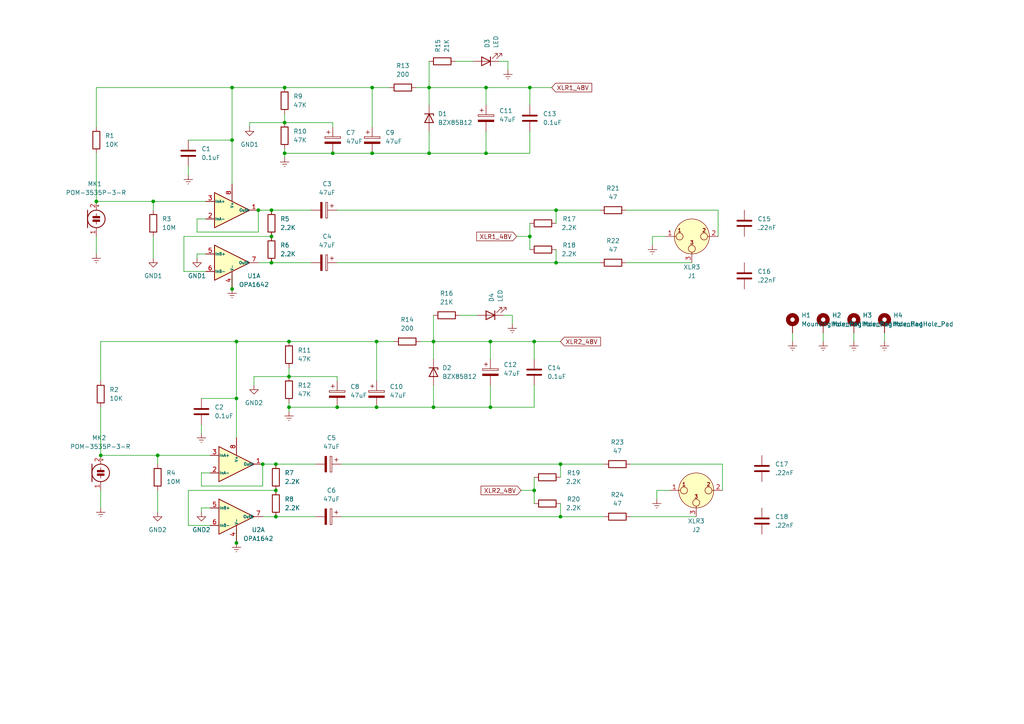
<source format=kicad_sch>
(kicad_sch (version 20211123) (generator eeschema)
  (paper "A4")
  (lib_symbols
    (symbol "Connector:XLR3" (pin_names hide)
      (property "Reference" "J" (at 0 8.89 0))
      (property "Value" "XLR3" (at 0 6.35 0))
      (symbol "XLR3_0_1"
        (circle (center -3.556 0) (radius 1.016))
        (circle (center 0 -3.556) (radius 1.016))
        (polyline (pts (xy -5.08 0) (xy -4.572 0)))
        (polyline (pts (xy 0 -5.08) (xy 0 -4.572)))
        (polyline (pts (xy 5.08 0) (xy 4.572 0)))
        (circle (center 0 0) (radius 5.08) (fill (type background)))
        (circle (center 3.556 0) (radius 1.016))
        (text "1" (at -3.556 1.778 0) (effects (font (size 1.016 1.016) bold)))
        (text "2" (at 3.556 1.778 0) (effects (font (size 1.016 1.016) bold)))
        (text "3" (at 0 -1.778 0) (effects (font (size 1.016 1.016) bold)))
        (pin passive line (at -7.62 0 0) (length 2.54) (name "~") (number "1"))
        (pin passive line (at 7.62 0 180) (length 2.54) (name "~") (number "2"))
        (pin passive line (at 0 -7.62 90) (length 2.54) (name "~") (number "3"))
      )
    )
    (symbol "Device:C" (pin_numbers hide) (pin_names (offset 0.254))
      (property "Reference" "C" (at 0.635 2.54 0))
      (property "Value" "C" (at 0.635 -2.54 0))
      (symbol "C_0_1"
        (polyline (pts (xy -2.032 -0.762) (xy 2.032 -0.762)) (stroke (width 0.508)))
        (polyline (pts (xy -2.032 0.762) (xy 2.032 0.762)) (stroke (width 0.508)))
      )
      (symbol "C_1_1"
        (pin passive line (at 0 3.81 270) (length 2.794) (name "~") (number "1"))
        (pin passive line (at 0 -3.81 90) (length 2.794) (name "~") (number "2"))
      )
    )
    (symbol "Device:C_Polarized" (pin_numbers hide) (pin_names (offset 0.254))
      (property "Reference" "C" (at 0.635 2.54 0))
      (property "Value" "C_Polarized" (at 0.635 -2.54 0))
      (symbol "C_Polarized_0_1"
        (rectangle (start -2.286 0.508) (end 2.286 1.016))
        (polyline (pts (xy -1.778 2.286) (xy -0.762 2.286)))
        (polyline (pts (xy -1.27 2.794) (xy -1.27 1.778)))
        (rectangle (start 2.286 -0.508) (end -2.286 -1.016) (fill (type outline)))
      )
      (symbol "C_Polarized_1_1"
        (pin passive line (at 0 3.81 270) (length 2.794) (name "~") (number "1"))
        (pin passive line (at 0 -3.81 90) (length 2.794) (name "~") (number "2"))
      )
    )
    (symbol "Device:D_Zener" (pin_numbers hide) (pin_names (offset 1.016) hide)
      (property "Reference" "D" (at 0 2.54 0))
      (property "Value" "D_Zener" (at 0 -2.54 0))
      (symbol "D_Zener_0_1"
        (polyline (pts (xy 1.27 0) (xy -1.27 0)))
        (polyline (pts (xy -1.27 -1.27) (xy -1.27 1.27) (xy -0.762 1.27)) (stroke (width 0.254)))
        (polyline (pts (xy 1.27 -1.27) (xy 1.27 1.27) (xy -1.27 0) (xy 1.27 -1.27)) (stroke (width 0.254)))
      )
      (symbol "D_Zener_1_1"
        (pin passive line (at -3.81 0 0) (length 2.54) (name "K") (number "1"))
        (pin passive line (at 3.81 0 180) (length 2.54) (name "A") (number "2"))
      )
    )
    (symbol "Device:LED" (pin_numbers hide) (pin_names (offset 1.016) hide)
      (property "Reference" "D" (at 0 2.54 0))
      (property "Value" "LED" (at 0 -2.54 0))
      (symbol "LED_0_1"
        (polyline (pts (xy -1.27 -1.27) (xy -1.27 1.27)) (stroke (width 0.254)))
        (polyline (pts (xy -1.27 0) (xy 1.27 0)))
        (polyline (pts (xy 1.27 -1.27) (xy 1.27 1.27) (xy -1.27 0) (xy 1.27 -1.27)) (stroke (width 0.254)))
        (polyline (pts (xy -3.048 -0.762) (xy -4.572 -2.286) (xy -3.81 -2.286) (xy -4.572 -2.286) (xy -4.572 -1.524)))
        (polyline (pts (xy -1.778 -0.762) (xy -3.302 -2.286) (xy -2.54 -2.286) (xy -3.302 -2.286) (xy -3.302 -1.524)))
      )
      (symbol "LED_1_1"
        (pin passive line (at -3.81 0 0) (length 2.54) (name "K") (number "1"))
        (pin passive line (at 3.81 0 180) (length 2.54) (name "A") (number "2"))
      )
    )
    (symbol "Device:Microphone_Condenser" (pin_names (offset 0.0254) hide)
      (property "Reference" "MK" (at -3.302 1.27 0))
      (property "Value" "Microphone_Condenser" (at -3.302 -0.635 0))
      (symbol "Microphone_Condenser_0_1"
        (polyline (pts (xy -2.54 2.54) (xy -2.54 -2.54)) (stroke (width 0.254)))
        (polyline (pts (xy 0 -0.762) (xy 0 -1.524)))
        (polyline (pts (xy 0 0.762) (xy 0 1.524)))
        (polyline (pts (xy 0.254 3.81) (xy 0.762 3.81)))
        (polyline (pts (xy 0.508 4.064) (xy 0.508 3.556)))
        (circle (center 0 0) (radius 2.54) (stroke (width 0.254)))
        (rectangle (start 1.016 -0.254) (end -1.016 -0.762) (fill (type outline)))
        (rectangle (start 1.016 0.762) (end -1.016 0.254) (fill (type outline)))
      )
      (symbol "Microphone_Condenser_1_1"
        (pin passive line (at 0 -5.08 90) (length 2.54) (name "-") (number "1"))
        (pin passive line (at 0 5.08 270) (length 2.54) (name "+") (number "2"))
      )
    )
    (symbol "Device:R" (pin_numbers hide) (pin_names (offset 0))
      (property "Reference" "R" (at 2.032 0 90))
      (property "Value" "R" (at 0 0 90))
      (symbol "R_0_1"
        (rectangle (start -1.016 -2.54) (end 1.016 2.54) (stroke (width 0.254)))
      )
      (symbol "R_1_1"
        (pin passive line (at 0 3.81 270) (length 1.27) (name "~") (number "1"))
        (pin passive line (at 0 -3.81 90) (length 1.27) (name "~") (number "2"))
      )
    )
    (symbol "Mechanical:MountingHole_Pad" (pin_numbers hide) (pin_names (offset 1.016) hide)
      (property "Reference" "H" (at 0 6.35 0))
      (property "Value" "MountingHole_Pad" (at 0 4.445 0))
      (symbol "MountingHole_Pad_0_1"
        (circle (center 0 1.27) (radius 1.27) (stroke (width 1.27)))
      )
      (symbol "MountingHole_Pad_1_1"
        (pin input line (at 0 -2.54 90) (length 2.54) (name "1") (number "1"))
      )
    )
    (symbol "OP amp:OPA1642" (pin_names (offset 0.127))
      (property "Reference" "U" (at 3.81 6.35 0))
      (property "Value" "OPA1642" (at 3.81 3.81 0))
      (symbol "OPA1642_1_1"
        (polyline (pts (xy -5.08 -10.16) (xy 5.08 -15.24) (xy -5.08 -20.32) (xy -5.08 -10.16) (xy -5.08 -10.16)) (stroke (width 0.254)) (fill (type background)))
        (polyline (pts (xy -5.08 5.08) (xy 5.08 0) (xy -5.08 -5.08) (xy -5.08 5.08) (xy -5.08 5.08)) (stroke (width 0.254)) (fill (type background)))
        (pin output line (at 7.62 0 180) (length 2.54) (name "OutA") (number "1"))
        (pin input line (at -7.62 -2.54 0) (length 2.54) (name "InA-") (number "2"))
        (pin input line (at -7.62 2.54 0) (length 2.54) (name "InA+") (number "3"))
        (pin power_out line (at 0 -22.86 90) (length 5.08) (name "V-") (number "4"))
        (pin input line (at -7.62 -12.7 0) (length 2.54) (name "InB+") (number "5"))
        (pin input line (at -7.62 -17.78 0) (length 2.54) (name "InB-") (number "6"))
        (pin output line (at 7.62 -15.24 180) (length 2.54) (name "OutB") (number "7"))
        (pin power_in line (at 0 7.62 270) (length 5.08) (name "V+") (number "8"))
      )
      (symbol "OPA1642_2_1"
        (polyline (pts (xy -5.08 5.08) (xy 5.08 0) (xy -5.08 -5.08) (xy -5.08 5.08) (xy -5.08 5.08)) (stroke (width 0.254)) (fill (type background)))
        (pin input line (at -7.62 2.54 0) (length 2.54) (name "+") (number "5"))
        (pin input line (at -7.62 -2.54 0) (length 2.54) (name "-") (number "6"))
        (pin output line (at 7.62 0 180) (length 2.54) (name "~") (number "7"))
      )
      (symbol "OPA1642_3_1"
        (pin passive line (at -2.54 -7.62 90) (length 3.81) hide (name "V-") (number "11"))
        (pin power_in line (at -2.54 7.62 270) (length 3.81) (name "V+") (number "2"))
        (pin power_in line (at 0 -7.62 90) (length 5.08) (name "GND") (number "3"))
        (pin power_in line (at -2.54 -7.62 90) (length 3.81) (name "V-") (number "4"))
      )
    )
    (symbol "power:Earth" (power) (pin_names (offset 0))
      (symbol "Earth_0_1"
        (polyline (pts (xy -0.635 -1.905) (xy 0.635 -1.905)))
        (polyline (pts (xy -0.127 -2.54) (xy 0.127 -2.54)))
        (polyline (pts (xy 0 -1.27) (xy 0 0)))
        (polyline (pts (xy 1.27 -1.27) (xy -1.27 -1.27)))
      )
      (symbol "Earth_1_1"
        (pin power_in line (at 0 0 270) (length 0) hide (name "Earth") (number "1"))
      )
    )
    (symbol "power:GND1" (power) (pin_names (offset 0))
      (property "Value" "GND1" (at 0 -3.81 0))
      (symbol "GND1_0_1"
        (polyline (pts (xy 0 0) (xy 0 -1.27) (xy 1.27 -1.27) (xy 0 -2.54) (xy -1.27 -1.27) (xy 0 -1.27)))
      )
      (symbol "GND1_1_1"
        (pin power_in line (at 0 0 270) (length 0) hide (name "GND1") (number "1"))
      )
    )
    (symbol "power:GND2" (power) (pin_names (offset 0))
      (property "Value" "GND2" (at 0 -3.81 0))
      (symbol "GND2_0_1"
        (polyline (pts (xy 0 0) (xy 0 -1.27) (xy 1.27 -1.27) (xy 0 -2.54) (xy -1.27 -1.27) (xy 0 -1.27)))
      )
      (symbol "GND2_1_1"
        (pin power_in line (at 0 0 270) (length 0) hide (name "GND2") (number "1"))
      )
    )
  )
  (junction (at 140.97 25.4))
  (junction (at 82.55 35.56))
  (junction (at 107.95 25.4))
  (junction (at 29.21 132.08))
  (junction (at 124.46 25.4))
  (junction (at 109.22 118.11))
  (junction (at 153.67 25.4))
  (junction (at 161.29 76.2))
  (junction (at 107.95 44.45))
  (junction (at 153.67 68.58))
  (junction (at 97.79 118.11))
  (junction (at 162.56 149.86))
  (junction (at 124.46 44.45))
  (junction (at 125.73 118.11))
  (junction (at 78.74 76.2))
  (junction (at 142.24 99.06))
  (junction (at 68.58 99.06))
  (junction (at 125.73 99.06))
  (junction (at 74.93 60.96))
  (junction (at 109.22 99.06))
  (junction (at 78.74 60.96))
  (junction (at 83.82 99.06))
  (junction (at 67.31 83.82))
  (junction (at 140.97 44.45))
  (junction (at 44.45 58.42))
  (junction (at 68.58 115.57))
  (junction (at 80.01 134.62))
  (junction (at 154.94 99.06))
  (junction (at 45.72 132.08))
  (junction (at 96.52 44.45))
  (junction (at 83.82 109.22))
  (junction (at 83.82 118.11))
  (junction (at 27.94 58.42))
  (junction (at 82.55 44.45))
  (junction (at 162.56 134.62))
  (junction (at 67.31 40.64))
  (junction (at 142.24 118.11))
  (junction (at 78.74 68.58))
  (junction (at 68.58 157.48))
  (junction (at 76.2 134.62))
  (junction (at 67.31 25.4))
  (junction (at 82.55 25.4))
  (junction (at 80.01 142.24))
  (junction (at 161.29 60.96))
  (junction (at 154.94 142.24))
  (junction (at 80.01 149.86))
  (wire (pts (xy 78.74 68.58) (xy 53.34 68.58)))
  (wire (pts (xy 146.05 91.44) (xy 148.59 91.44)))
  (wire (pts (xy 80.01 134.62) (xy 91.44 134.62)))
  (wire (pts (xy 29.21 132.08) (xy 45.72 132.08)))
  (wire (pts (xy 78.74 60.96) (xy 90.17 60.96)))
  (wire (pts (xy 142.24 111.76) (xy 142.24 118.11)))
  (wire (pts (xy 60.96 152.4) (xy 54.61 152.4)))
  (wire (pts (xy 154.94 99.06) (xy 162.56 99.06)))
  (wire (pts (xy 124.46 30.48) (xy 124.46 25.4)))
  (wire (pts (xy 29.21 118.11) (xy 29.21 132.08)))
  (wire (pts (xy 44.45 68.58) (xy 44.45 74.93)))
  (wire (pts (xy 256.54 96.52) (xy 256.54 99.06)))
  (wire (pts (xy 80.01 142.24) (xy 54.61 142.24)))
  (wire (pts (xy 27.94 44.45) (xy 27.94 58.42)))
  (wire (pts (xy 83.82 106.68) (xy 83.82 109.22)))
  (wire (pts (xy 60.96 132.08) (xy 45.72 132.08)))
  (wire (pts (xy 208.28 68.58) (xy 208.28 60.96)))
  (wire (pts (xy 83.82 99.06) (xy 109.22 99.06)))
  (wire (pts (xy 76.2 140.97) (xy 76.2 134.62)))
  (wire (pts (xy 67.31 40.64) (xy 67.31 25.4)))
  (wire (pts (xy 209.55 134.62) (xy 182.88 134.62)))
  (wire (pts (xy 58.42 115.57) (xy 68.58 115.57)))
  (wire (pts (xy 107.95 25.4) (xy 113.03 25.4)))
  (wire (pts (xy 124.46 44.45) (xy 107.95 44.45)))
  (wire (pts (xy 99.06 149.86) (xy 162.56 149.86)))
  (wire (pts (xy 82.55 44.45) (xy 82.55 45.72)))
  (wire (pts (xy 45.72 132.08) (xy 45.72 134.62)))
  (wire (pts (xy 58.42 147.32) (xy 58.42 148.59)))
  (wire (pts (xy 125.73 118.11) (xy 125.73 111.76)))
  (wire (pts (xy 161.29 60.96) (xy 173.99 60.96)))
  (wire (pts (xy 140.97 25.4) (xy 153.67 25.4)))
  (wire (pts (xy 140.97 25.4) (xy 140.97 30.48)))
  (wire (pts (xy 82.55 25.4) (xy 107.95 25.4)))
  (wire (pts (xy 124.46 44.45) (xy 124.46 38.1)))
  (wire (pts (xy 60.96 147.32) (xy 58.42 147.32)))
  (wire (pts (xy 208.28 60.96) (xy 181.61 60.96)))
  (wire (pts (xy 154.94 111.76) (xy 154.94 118.11)))
  (wire (pts (xy 96.52 35.56) (xy 96.52 36.83)))
  (wire (pts (xy 29.21 99.06) (xy 68.58 99.06)))
  (wire (pts (xy 247.65 96.52) (xy 247.65 99.06)))
  (wire (pts (xy 58.42 123.19) (xy 58.42 125.73)))
  (wire (pts (xy 96.52 44.45) (xy 82.55 44.45)))
  (wire (pts (xy 58.42 137.16) (xy 60.96 137.16)))
  (wire (pts (xy 72.39 35.56) (xy 72.39 36.83)))
  (wire (pts (xy 44.45 58.42) (xy 44.45 60.96)))
  (wire (pts (xy 142.24 99.06) (xy 142.24 104.14)))
  (wire (pts (xy 29.21 99.06) (xy 29.21 110.49)))
  (wire (pts (xy 193.04 68.58) (xy 189.23 68.58)))
  (wire (pts (xy 154.94 142.24) (xy 154.94 146.05)))
  (wire (pts (xy 181.61 76.2) (xy 200.66 76.2)))
  (wire (pts (xy 125.73 99.06) (xy 121.92 99.06)))
  (wire (pts (xy 107.95 25.4) (xy 107.95 36.83)))
  (wire (pts (xy 45.72 142.24) (xy 45.72 148.59)))
  (wire (pts (xy 190.5 142.24) (xy 190.5 144.78)))
  (wire (pts (xy 68.58 153.67) (xy 68.58 157.48)))
  (wire (pts (xy 140.97 38.1) (xy 140.97 44.45)))
  (wire (pts (xy 124.46 25.4) (xy 120.65 25.4)))
  (wire (pts (xy 68.58 115.57) (xy 68.58 99.06)))
  (wire (pts (xy 238.76 96.52) (xy 238.76 99.06)))
  (wire (pts (xy 153.67 44.45) (xy 140.97 44.45)))
  (wire (pts (xy 162.56 146.05) (xy 162.56 149.86)))
  (wire (pts (xy 125.73 104.14) (xy 125.73 99.06)))
  (wire (pts (xy 82.55 43.18) (xy 82.55 44.45)))
  (wire (pts (xy 194.31 142.24) (xy 190.5 142.24)))
  (wire (pts (xy 53.34 68.58) (xy 53.34 78.74)))
  (wire (pts (xy 209.55 142.24) (xy 209.55 134.62)))
  (wire (pts (xy 153.67 64.77) (xy 153.67 68.58)))
  (wire (pts (xy 74.93 67.31) (xy 74.93 60.96)))
  (wire (pts (xy 54.61 48.26) (xy 54.61 50.8)))
  (wire (pts (xy 153.67 25.4) (xy 160.02 25.4)))
  (wire (pts (xy 142.24 99.06) (xy 154.94 99.06)))
  (wire (pts (xy 74.93 60.96) (xy 78.74 60.96)))
  (wire (pts (xy 153.67 38.1) (xy 153.67 44.45)))
  (wire (pts (xy 80.01 149.86) (xy 91.44 149.86)))
  (wire (pts (xy 76.2 134.62) (xy 80.01 134.62)))
  (wire (pts (xy 97.79 109.22) (xy 97.79 110.49)))
  (wire (pts (xy 162.56 134.62) (xy 162.56 138.43)))
  (wire (pts (xy 67.31 25.4) (xy 82.55 25.4)))
  (wire (pts (xy 97.79 60.96) (xy 161.29 60.96)))
  (wire (pts (xy 78.74 76.2) (xy 90.17 76.2)))
  (wire (pts (xy 58.42 140.97) (xy 76.2 140.97)))
  (wire (pts (xy 142.24 118.11) (xy 125.73 118.11)))
  (wire (pts (xy 54.61 40.64) (xy 67.31 40.64)))
  (wire (pts (xy 83.82 109.22) (xy 97.79 109.22)))
  (wire (pts (xy 97.79 118.11) (xy 109.22 118.11)))
  (wire (pts (xy 83.82 116.84) (xy 83.82 118.11)))
  (wire (pts (xy 140.97 25.4) (xy 124.46 25.4)))
  (wire (pts (xy 148.59 91.44) (xy 148.59 93.98)))
  (wire (pts (xy 59.69 58.42) (xy 44.45 58.42)))
  (wire (pts (xy 57.15 67.31) (xy 57.15 63.5)))
  (wire (pts (xy 73.66 109.22) (xy 83.82 109.22)))
  (wire (pts (xy 109.22 99.06) (xy 109.22 110.49)))
  (wire (pts (xy 57.15 67.31) (xy 74.93 67.31)))
  (wire (pts (xy 68.58 99.06) (xy 83.82 99.06)))
  (wire (pts (xy 162.56 149.86) (xy 175.26 149.86)))
  (wire (pts (xy 72.39 35.56) (xy 82.55 35.56)))
  (wire (pts (xy 27.94 25.4) (xy 67.31 25.4)))
  (wire (pts (xy 153.67 25.4) (xy 153.67 30.48)))
  (wire (pts (xy 57.15 63.5) (xy 59.69 63.5)))
  (wire (pts (xy 57.15 73.66) (xy 57.15 74.93)))
  (wire (pts (xy 27.94 58.42) (xy 44.45 58.42)))
  (wire (pts (xy 59.69 78.74) (xy 53.34 78.74)))
  (wire (pts (xy 82.55 35.56) (xy 96.52 35.56)))
  (wire (pts (xy 154.94 118.11) (xy 142.24 118.11)))
  (wire (pts (xy 125.73 91.44) (xy 125.73 99.06)))
  (wire (pts (xy 109.22 99.06) (xy 114.3 99.06)))
  (wire (pts (xy 96.52 44.45) (xy 107.95 44.45)))
  (wire (pts (xy 189.23 68.58) (xy 189.23 71.12)))
  (wire (pts (xy 73.66 109.22) (xy 73.66 111.76)))
  (wire (pts (xy 97.79 76.2) (xy 161.29 76.2)))
  (wire (pts (xy 82.55 33.02) (xy 82.55 35.56)))
  (wire (pts (xy 54.61 142.24) (xy 54.61 152.4)))
  (wire (pts (xy 67.31 80.01) (xy 67.31 83.82)))
  (wire (pts (xy 74.93 76.2) (xy 78.74 76.2)))
  (wire (pts (xy 97.79 118.11) (xy 83.82 118.11)))
  (wire (pts (xy 147.32 17.78) (xy 147.32 20.32)))
  (wire (pts (xy 154.94 99.06) (xy 154.94 104.14)))
  (wire (pts (xy 182.88 149.86) (xy 201.93 149.86)))
  (wire (pts (xy 68.58 127) (xy 68.58 115.57)))
  (wire (pts (xy 76.2 149.86) (xy 80.01 149.86)))
  (wire (pts (xy 59.69 73.66) (xy 57.15 73.66)))
  (wire (pts (xy 144.78 17.78) (xy 147.32 17.78)))
  (wire (pts (xy 133.35 91.44) (xy 138.43 91.44)))
  (wire (pts (xy 140.97 44.45) (xy 124.46 44.45)))
  (wire (pts (xy 142.24 99.06) (xy 125.73 99.06)))
  (wire (pts (xy 124.46 17.78) (xy 124.46 25.4)))
  (wire (pts (xy 99.06 134.62) (xy 162.56 134.62)))
  (wire (pts (xy 27.94 68.58) (xy 27.94 73.66)))
  (wire (pts (xy 154.94 138.43) (xy 154.94 142.24)))
  (wire (pts (xy 162.56 134.62) (xy 175.26 134.62)))
  (wire (pts (xy 27.94 25.4) (xy 27.94 36.83)))
  (wire (pts (xy 153.67 68.58) (xy 153.67 72.39)))
  (wire (pts (xy 132.08 17.78) (xy 137.16 17.78)))
  (wire (pts (xy 125.73 118.11) (xy 109.22 118.11)))
  (wire (pts (xy 229.87 96.52) (xy 229.87 99.06)))
  (wire (pts (xy 161.29 72.39) (xy 161.29 76.2)))
  (wire (pts (xy 67.31 53.34) (xy 67.31 40.64)))
  (wire (pts (xy 149.86 68.58) (xy 153.67 68.58)))
  (wire (pts (xy 83.82 118.11) (xy 83.82 119.38)))
  (wire (pts (xy 29.21 142.24) (xy 29.21 147.32)))
  (wire (pts (xy 161.29 76.2) (xy 173.99 76.2)))
  (wire (pts (xy 58.42 140.97) (xy 58.42 137.16)))
  (wire (pts (xy 151.13 142.24) (xy 154.94 142.24)))
  (wire (pts (xy 161.29 60.96) (xy 161.29 64.77)))
  (global_label "XLR2_48V" (shape input) (at 162.56 99.06 0) (property "Intersheet References" "${INTERSHEET_REFS}" (effects hide)))
  (global_label "XLR2_48V" (shape input) (at 151.13 142.24 180) (property "Intersheet References" "${INTERSHEET_REFS}" (effects hide)))
  (global_label "XLR1_48V" (shape input) (at 149.86 68.58 180) (property "Intersheet References" "${INTERSHEET_REFS}" (effects hide)))
  (global_label "XLR1_48V" (shape input) (at 160.02 25.4 0) (property "Intersheet References" "${INTERSHEET_REFS}" (effects hide)))
  (symbol (lib_id "Device:Microphone_Condenser") (at 27.94 63.5 0) (unit 1)
    (property "Reference" "MK1" (at 25.4 53.34 0) (effects (justify left)))
    (property "Value" "POM-3535P-3-R" (at 19.05 55.88 0) (effects (justify left)))
    (property "Footprint" "Connector_PinHeader_2.54mm:PinHeader_1x02_P2.54mm_Vertical" (effects hide))
  )
  (symbol (lib_id "Device:R") (at 158.75 146.05 270) (unit 1)
    (property "Reference" "R20" (at 166.37 144.78 90))
    (property "Value" "2.2K" (at 166.37 147.32 90))
    (property "Footprint" "Resistor_THT:R_Axial_DIN0207_L6.3mm_D2.5mm_P2.54mm_Vertical" (effects hide))
  )
  (symbol (lib_id "power:Earth") (at 189.23 71.12 0) (unit 1)
    (property "Reference" "#PWR017" (effects hide))
    (property "Value" "Earth" (effects hide))
  )
  (symbol (lib_id "Device:R") (at 29.21 114.3 0) (unit 1)
    (property "Reference" "R2" (at 31.75 113.0299 0) (effects (justify left)))
    (property "Value" "10K" (at 31.75 115.5699 0) (effects (justify left)))
    (property "Footprint" "Resistor_THT:R_Axial_DIN0207_L6.3mm_D2.5mm_P10.16mm_Horizontal" (effects hide))
  )
  (symbol (lib_id "Device:C_Polarized") (at 93.98 76.2 270) (unit 1)
    (property "Reference" "C4" (at 94.869 68.58 90))
    (property "Value" "47uF" (at 94.869 71.12 90))
    (property "Footprint" "Capacitor_THT:CP_Radial_D8.0mm_P3.50mm" (effects hide))
  )
  (symbol (lib_id "Mechanical:MountingHole_Pad") (at 256.54 93.98 0) (unit 1)
    (property "Reference" "H4" (at 259.08 91.4399 0) (effects (justify left)))
    (property "Value" "MountingHole_Pad" (at 259.08 93.9799 0) (effects (justify left)))
    (property "Footprint" "MountingHole:MountingHole_3.2mm_M3_DIN965_Pad" (effects hide))
  )
  (symbol (lib_id "power:Earth") (at 82.55 45.72 0) (unit 1)
    (property "Reference" "#PWR013" (effects hide))
    (property "Value" "Earth" (effects hide))
  )
  (symbol (lib_id "Device:C") (at 220.98 135.89 0) (unit 1)
    (property "Reference" "C17" (at 224.79 134.6199 0) (effects (justify left)))
    (property "Value" ".22nF" (at 224.79 137.1599 0) (effects (justify left)))
    (property "Footprint" "Capacitor_THT:C_Rect_L7.2mm_W2.5mm_P5.00mm_FKS2_FKP2_MKS2_MKP2" (effects hide))
  )
  (symbol (lib_id "power:GND2") (at 73.66 111.76 0) (unit 1)
    (property "Reference" "#PWR012" (effects hide))
    (property "Value" "GND2" (at 73.66 116.84 0))
  )
  (symbol (lib_id "Device:R") (at 82.55 39.37 180) (unit 1)
    (property "Reference" "R10" (at 85.09 38.0999 0) (effects (justify right)))
    (property "Value" "47K" (at 85.09 40.6399 0) (effects (justify right)))
    (property "Footprint" "Resistor_THT:R_Axial_DIN0207_L6.3mm_D2.5mm_P2.54mm_Vertical" (effects hide))
  )
  (symbol (lib_id "power:Earth") (at 27.94 73.66 0) (unit 1)
    (property "Reference" "#PWR01" (effects hide))
    (property "Value" "Earth" (effects hide))
  )
  (symbol (lib_id "Device:R") (at 45.72 138.43 0) (unit 1)
    (property "Reference" "R4" (at 48.26 137.1599 0) (effects (justify left)))
    (property "Value" "10M" (at 48.26 139.6999 0) (effects (justify left)))
    (property "Footprint" "Resistor_THT:R_Axial_DIN0207_L6.3mm_D2.5mm_P10.16mm_Horizontal" (effects hide))
  )
  (symbol (lib_id "power:Earth") (at 83.82 119.38 0) (unit 1)
    (property "Reference" "#PWR014" (effects hide))
    (property "Value" "Earth" (effects hide))
  )
  (symbol (lib_id "Connector:XLR3") (at 201.93 142.24 0) (unit 1)
    (property "Reference" "J2" (at 201.93 153.67 0))
    (property "Value" "XLR3" (at 201.93 151.13 0))
    (property "Footprint" "Connector_PinHeader_2.54mm:PinHeader_1x03_P2.54mm_Vertical" (effects hide))
    (property "Datasheet" " ~" (effects hide))
  )
  (symbol (lib_id "power:GND1") (at 57.15 74.93 0) (unit 1)
    (property "Reference" "#PWR06" (effects hide))
    (property "Value" "GND1" (at 57.15 80.01 0))
  )
  (symbol (lib_id "Device:R") (at 78.74 72.39 180) (unit 1)
    (property "Reference" "R6" (at 81.28 71.1199 0) (effects (justify right)))
    (property "Value" "2.2K" (at 81.28 73.6599 0) (effects (justify right)))
    (property "Footprint" "Resistor_THT:R_Axial_DIN0207_L6.3mm_D2.5mm_P2.54mm_Vertical" (effects hide))
  )
  (symbol (lib_id "Device:R") (at 177.8 60.96 90) (unit 1)
    (property "Reference" "R21" (at 177.8 54.61 90))
    (property "Value" "47" (at 177.8 57.15 90))
    (property "Footprint" "Resistor_THT:R_Axial_DIN0207_L6.3mm_D2.5mm_P10.16mm_Horizontal" (effects hide))
  )
  (symbol (lib_id "power:GND2") (at 45.72 148.59 0) (unit 1)
    (property "Reference" "#PWR04" (effects hide))
    (property "Value" "GND2" (at 45.72 153.67 0))
  )
  (symbol (lib_id "Device:R") (at 128.27 17.78 270) (unit 1)
    (property "Reference" "R15" (at 126.9999 15.24 0) (effects (justify right)))
    (property "Value" "21K" (at 129.5399 15.24 0) (effects (justify right)))
    (property "Footprint" "Resistor_THT:R_Axial_DIN0207_L6.3mm_D2.5mm_P10.16mm_Horizontal" (effects hide))
  )
  (symbol (lib_id "Device:R") (at 80.01 146.05 180) (unit 1)
    (property "Reference" "R8" (at 82.55 144.7799 0) (effects (justify right)))
    (property "Value" "2.2K" (at 82.55 147.3199 0) (effects (justify right)))
    (property "Footprint" "Resistor_THT:R_Axial_DIN0207_L6.3mm_D2.5mm_P2.54mm_Vertical" (effects hide))
  )
  (symbol (lib_id "power:Earth") (at 148.59 93.98 0) (unit 1)
    (property "Reference" "#PWR016" (effects hide))
    (property "Value" "Earth" (effects hide))
  )
  (symbol (lib_id "Device:R") (at 83.82 113.03 180) (unit 1)
    (property "Reference" "R12" (at 86.36 111.7599 0) (effects (justify right)))
    (property "Value" "47K" (at 86.36 114.2999 0) (effects (justify right)))
    (property "Footprint" "Resistor_THT:R_Axial_DIN0207_L6.3mm_D2.5mm_P2.54mm_Vertical" (effects hide))
  )
  (symbol (lib_id "Device:C") (at 154.94 107.95 0) (unit 1)
    (property "Reference" "C14" (at 158.75 106.6799 0) (effects (justify left)))
    (property "Value" "0.1uF" (at 158.75 109.2199 0) (effects (justify left)))
    (property "Footprint" "Capacitor_THT:C_Rect_L7.2mm_W2.5mm_P5.00mm_FKS2_FKP2_MKS2_MKP2" (effects hide))
  )
  (symbol (lib_id "Device:R") (at 82.55 29.21 180) (unit 1)
    (property "Reference" "R9" (at 85.09 27.9399 0) (effects (justify right)))
    (property "Value" "47K" (at 85.09 30.4799 0) (effects (justify right)))
    (property "Footprint" "Resistor_THT:R_Axial_DIN0207_L6.3mm_D2.5mm_P2.54mm_Vertical" (effects hide))
  )
  (symbol (lib_id "power:Earth") (at 247.65 99.06 0) (unit 1)
    (property "Reference" "#PWR021" (effects hide))
    (property "Value" "Earth" (effects hide))
  )
  (symbol (lib_id "Device:R") (at 157.48 64.77 270) (unit 1)
    (property "Reference" "R17" (at 165.1 63.5 90))
    (property "Value" "2.2K" (at 165.1 66.04 90))
    (property "Footprint" "Resistor_THT:R_Axial_DIN0207_L6.3mm_D2.5mm_P2.54mm_Vertical" (effects hide))
  )
  (symbol (lib_id "Device:R") (at 157.48 72.39 270) (unit 1)
    (property "Reference" "R18" (at 165.1 71.12 90))
    (property "Value" "2.2K" (at 165.1 73.66 90))
    (property "Footprint" "Resistor_THT:R_Axial_DIN0207_L6.3mm_D2.5mm_P2.54mm_Vertical" (effects hide))
  )
  (symbol (lib_id "OP amp:OPA1642") (at 67.31 60.96 0) (unit 1)
    (property "Reference" "U1" (at 73.66 80.01 0))
    (property "Value" "OPA1642" (at 73.66 82.55 0))
    (property "Footprint" "Package_SO:SOIC-8_3.9x4.9mm_P1.27mm" (effects hide))
    (property "Datasheet" "https://www.ti.com/lit/ds/symlink/opa1642.pdf" (effects hide))
  )
  (symbol (lib_id "Device:C") (at 220.98 151.13 0) (unit 1)
    (property "Reference" "C18" (at 224.79 149.8599 0) (effects (justify left)))
    (property "Value" ".22nF" (at 224.79 152.3999 0) (effects (justify left)))
    (property "Footprint" "Capacitor_THT:C_Rect_L7.2mm_W2.5mm_P5.00mm_FKS2_FKP2_MKS2_MKP2" (effects hide))
  )
  (symbol (lib_id "power:Earth") (at 29.21 147.32 0) (unit 1)
    (property "Reference" "#PWR02" (effects hide))
    (property "Value" "Earth" (effects hide))
  )
  (symbol (lib_id "Mechanical:MountingHole_Pad") (at 238.76 93.98 0) (unit 1)
    (property "Reference" "H2" (at 241.3 91.4399 0) (effects (justify left)))
    (property "Value" "MountingHole_Pad" (at 241.3 93.9799 0) (effects (justify left)))
    (property "Footprint" "MountingHole:MountingHole_3.2mm_M3_DIN965_Pad" (effects hide))
  )
  (symbol (lib_id "Device:R") (at 179.07 149.86 270) (unit 1)
    (property "Reference" "R24" (at 179.07 143.51 90))
    (property "Value" "47" (at 179.07 146.05 90))
    (property "Footprint" "Resistor_THT:R_Axial_DIN0207_L6.3mm_D2.5mm_P10.16mm_Horizontal" (effects hide))
  )
  (symbol (lib_id "OP amp:OPA1642") (at 68.58 134.62 0) (unit 1)
    (property "Reference" "U2" (at 74.93 153.67 0))
    (property "Value" "OPA1642" (at 74.93 156.21 0))
    (property "Footprint" "Package_SO:SOIC-8_3.9x4.9mm_P1.27mm" (effects hide))
    (property "Datasheet" "https://www.ti.com/lit/ds/symlink/opa1642.pdf" (effects hide))
  )
  (symbol (lib_id "Mechanical:MountingHole_Pad") (at 247.65 93.98 0) (unit 1)
    (property "Reference" "H3" (at 250.19 91.4399 0) (effects (justify left)))
    (property "Value" "MountingHole_Pad" (at 250.19 93.9799 0) (effects (justify left)))
    (property "Footprint" "MountingHole:MountingHole_3.2mm_M3_DIN965_Pad" (effects hide))
  )
  (symbol (lib_id "Device:R") (at 179.07 134.62 90) (unit 1)
    (property "Reference" "R23" (at 179.07 128.27 90))
    (property "Value" "47" (at 179.07 130.81 90))
    (property "Footprint" "Resistor_THT:R_Axial_DIN0207_L6.3mm_D2.5mm_P10.16mm_Horizontal" (effects hide))
  )
  (symbol (lib_id "Device:R") (at 27.94 40.64 0) (unit 1)
    (property "Reference" "R1" (at 30.48 39.3699 0) (effects (justify left)))
    (property "Value" "10K" (at 30.48 41.9099 0) (effects (justify left)))
    (property "Footprint" "Resistor_THT:R_Axial_DIN0207_L6.3mm_D2.5mm_P10.16mm_Horizontal" (effects hide))
  )
  (symbol (lib_id "Device:C") (at 54.61 44.45 0) (unit 1)
    (property "Reference" "C1" (at 58.42 43.1799 0) (effects (justify left)))
    (property "Value" "0.1uF" (at 58.42 45.7199 0) (effects (justify left)))
    (property "Footprint" "Capacitor_THT:C_Rect_L7.2mm_W2.5mm_P5.00mm_FKS2_FKP2_MKS2_MKP2" (effects hide))
  )
  (symbol (lib_id "Connector:XLR3") (at 200.66 68.58 0) (unit 1)
    (property "Reference" "J1" (at 200.66 80.01 0))
    (property "Value" "XLR3" (at 200.66 77.47 0))
    (property "Footprint" "Connector_PinHeader_2.54mm:PinHeader_1x03_P2.54mm_Vertical" (effects hide))
    (property "Datasheet" " ~" (effects hide))
  )
  (symbol (lib_id "Device:C_Polarized") (at 97.79 114.3 0) (unit 1)
    (property "Reference" "C8" (at 101.6 112.1409 0) (effects (justify left)))
    (property "Value" "47uF" (at 101.6 114.6809 0) (effects (justify left)))
    (property "Footprint" "Capacitor_THT:CP_Radial_D8.0mm_P3.50mm" (effects hide))
  )
  (symbol (lib_id "power:GND1") (at 44.45 74.93 0) (unit 1)
    (property "Reference" "#PWR03" (effects hide))
    (property "Value" "GND1" (at 44.45 80.01 0))
  )
  (symbol (lib_id "Device:C_Polarized") (at 140.97 34.29 0) (unit 1)
    (property "Reference" "C11" (at 144.78 32.1309 0) (effects (justify left)))
    (property "Value" "47uF" (at 144.78 34.6709 0) (effects (justify left)))
    (property "Footprint" "Capacitor_THT:CP_Radial_D8.0mm_P3.50mm" (effects hide))
  )
  (symbol (lib_id "Device:D_Zener") (at 125.73 107.95 270) (unit 1)
    (property "Reference" "D2" (at 128.27 106.6799 90) (effects (justify left)))
    (property "Value" "BZX85B12" (at 128.27 109.2199 90) (effects (justify left)))
    (property "Footprint" "Diode_THT:D_DO-41_SOD81_P10.16mm_Horizontal" (effects hide))
  )
  (symbol (lib_id "power:Earth") (at 238.76 99.06 0) (unit 1)
    (property "Reference" "#PWR020" (effects hide))
    (property "Value" "Earth" (effects hide))
  )
  (symbol (lib_id "Device:R") (at 83.82 102.87 180) (unit 1)
    (property "Reference" "R11" (at 86.36 101.5999 0) (effects (justify right)))
    (property "Value" "47K" (at 86.36 104.1399 0) (effects (justify right)))
    (property "Footprint" "Resistor_THT:R_Axial_DIN0207_L6.3mm_D2.5mm_P2.54mm_Vertical" (effects hide))
  )
  (symbol (lib_id "Device:Microphone_Condenser") (at 29.21 137.16 0) (unit 1)
    (property "Reference" "MK2" (at 26.67 127 0) (effects (justify left)))
    (property "Value" "POM-3535P-3-R" (at 20.32 129.54 0) (effects (justify left)))
    (property "Footprint" "Connector_PinHeader_2.54mm:PinHeader_1x02_P2.54mm_Vertical" (effects hide))
  )
  (symbol (lib_id "Device:C") (at 215.9 64.77 0) (unit 1)
    (property "Reference" "C15" (at 219.71 63.4999 0) (effects (justify left)))
    (property "Value" ".22nF" (at 219.71 66.0399 0) (effects (justify left)))
    (property "Footprint" "Capacitor_THT:C_Rect_L7.2mm_W2.5mm_P5.00mm_FKS2_FKP2_MKS2_MKP2" (effects hide))
  )
  (symbol (lib_id "Device:C_Polarized") (at 107.95 40.64 0) (unit 1)
    (property "Reference" "C9" (at 111.76 38.4809 0) (effects (justify left)))
    (property "Value" "47uF" (at 111.76 41.0209 0) (effects (justify left)))
    (property "Footprint" "Capacitor_THT:CP_Radial_D8.0mm_P3.50mm" (effects hide))
  )
  (symbol (lib_id "power:GND2") (at 58.42 148.59 0) (unit 1)
    (property "Reference" "#PWR08" (effects hide))
    (property "Value" "GND2" (at 58.42 153.67 0))
  )
  (symbol (lib_id "Device:C_Polarized") (at 109.22 114.3 0) (unit 1)
    (property "Reference" "C10" (at 113.03 112.1409 0) (effects (justify left)))
    (property "Value" "47uF" (at 113.03 114.6809 0) (effects (justify left)))
    (property "Footprint" "Capacitor_THT:CP_Radial_D8.0mm_P3.50mm" (effects hide))
  )
  (symbol (lib_id "power:Earth") (at 147.32 20.32 0) (unit 1)
    (property "Reference" "#PWR015" (effects hide))
    (property "Value" "Earth" (effects hide))
  )
  (symbol (lib_id "Device:C") (at 58.42 119.38 0) (unit 1)
    (property "Reference" "C2" (at 62.23 118.1099 0) (effects (justify left)))
    (property "Value" "0.1uF" (at 62.23 120.6499 0) (effects (justify left)))
    (property "Footprint" "Capacitor_THT:C_Rect_L7.2mm_W2.5mm_P5.00mm_FKS2_FKP2_MKS2_MKP2" (effects hide))
  )
  (symbol (lib_id "power:GND1") (at 72.39 36.83 0) (unit 1)
    (property "Reference" "#PWR011" (effects hide))
    (property "Value" "GND1" (at 72.39 41.91 0))
  )
  (symbol (lib_id "Device:D_Zener") (at 124.46 34.29 270) (unit 1)
    (property "Reference" "D1" (at 127 33.0199 90) (effects (justify left)))
    (property "Value" "BZX85B12" (at 127 35.5599 90) (effects (justify left)))
    (property "Footprint" "Diode_THT:D_DO-41_SOD81_P10.16mm_Horizontal" (effects hide))
  )
  (symbol (lib_id "Device:R") (at 44.45 64.77 0) (unit 1)
    (property "Reference" "R3" (at 46.99 63.4999 0) (effects (justify left)))
    (property "Value" "10M" (at 46.99 66.0399 0) (effects (justify left)))
    (property "Footprint" "Resistor_THT:R_Axial_DIN0207_L6.3mm_D2.5mm_P10.16mm_Horizontal" (effects hide))
  )
  (symbol (lib_id "Device:C") (at 153.67 34.29 0) (unit 1)
    (property "Reference" "C13" (at 157.48 33.0199 0) (effects (justify left)))
    (property "Value" "0.1uF" (at 157.48 35.5599 0) (effects (justify left)))
    (property "Footprint" "Capacitor_THT:C_Rect_L7.2mm_W2.5mm_P5.00mm_FKS2_FKP2_MKS2_MKP2" (effects hide))
  )
  (symbol (lib_id "Device:C_Polarized") (at 93.98 60.96 270) (unit 1)
    (property "Reference" "C3" (at 94.869 53.34 90))
    (property "Value" "47uF" (at 94.869 55.88 90))
    (property "Footprint" "Capacitor_THT:CP_Radial_D8.0mm_P3.50mm" (effects hide))
  )
  (symbol (lib_id "Device:R") (at 177.8 76.2 270) (unit 1)
    (property "Reference" "R22" (at 177.8 69.85 90))
    (property "Value" "47" (at 177.8 72.39 90))
    (property "Footprint" "Resistor_THT:R_Axial_DIN0207_L6.3mm_D2.5mm_P10.16mm_Horizontal" (effects hide))
  )
  (symbol (lib_id "Device:C_Polarized") (at 96.52 40.64 0) (unit 1)
    (property "Reference" "C7" (at 100.33 38.4809 0) (effects (justify left)))
    (property "Value" "47uF" (at 100.33 41.0209 0) (effects (justify left)))
    (property "Footprint" "Capacitor_THT:CP_Radial_D8.0mm_P3.50mm" (effects hide))
  )
  (symbol (lib_id "Device:R") (at 80.01 138.43 180) (unit 1)
    (property "Reference" "R7" (at 82.55 137.1599 0) (effects (justify right)))
    (property "Value" "2.2K" (at 82.55 139.6999 0) (effects (justify right)))
    (property "Footprint" "Resistor_THT:R_Axial_DIN0207_L6.3mm_D2.5mm_P2.54mm_Vertical" (effects hide))
  )
  (symbol (lib_id "power:Earth") (at 58.42 125.73 0) (unit 1)
    (property "Reference" "#PWR07" (effects hide))
    (property "Value" "Earth" (effects hide))
  )
  (symbol (lib_id "Device:R") (at 78.74 64.77 180) (unit 1)
    (property "Reference" "R5" (at 81.28 63.4999 0) (effects (justify right)))
    (property "Value" "2.2K" (at 81.28 66.0399 0) (effects (justify right)))
    (property "Footprint" "Resistor_THT:R_Axial_DIN0207_L6.3mm_D2.5mm_P2.54mm_Vertical" (effects hide))
  )
  (symbol (lib_id "Device:C_Polarized") (at 95.25 149.86 270) (unit 1)
    (property "Reference" "C6" (at 96.139 142.24 90))
    (property "Value" "47uF" (at 96.139 144.78 90))
    (property "Footprint" "Capacitor_THT:CP_Radial_D8.0mm_P3.50mm" (effects hide))
  )
  (symbol (lib_id "power:Earth") (at 68.58 157.48 0) (unit 1)
    (property "Reference" "#PWR010" (effects hide))
    (property "Value" "Earth" (effects hide))
  )
  (symbol (lib_id "power:Earth") (at 256.54 99.06 0) (unit 1)
    (property "Reference" "#PWR022" (effects hide))
    (property "Value" "Earth" (effects hide))
  )
  (symbol (lib_id "power:Earth") (at 190.5 144.78 0) (unit 1)
    (property "Reference" "#PWR018" (effects hide))
    (property "Value" "Earth" (effects hide))
  )
  (symbol (lib_id "power:Earth") (at 229.87 99.06 0) (unit 1)
    (property "Reference" "#PWR019" (effects hide))
    (property "Value" "Earth" (effects hide))
  )
  (symbol (lib_id "Device:C_Polarized") (at 142.24 107.95 0) (unit 1)
    (property "Reference" "C12" (at 146.05 105.7909 0) (effects (justify left)))
    (property "Value" "47uF" (at 146.05 108.3309 0) (effects (justify left)))
    (property "Footprint" "Capacitor_THT:CP_Radial_D8.0mm_P3.50mm" (effects hide))
  )
  (symbol (lib_id "Mechanical:MountingHole_Pad") (at 229.87 93.98 0) (unit 1)
    (property "Reference" "H1" (at 232.41 91.4399 0) (effects (justify left)))
    (property "Value" "MountingHole_Pad" (at 232.41 93.9799 0) (effects (justify left)))
    (property "Footprint" "MountingHole:MountingHole_3.2mm_M3_DIN965_Pad" (effects hide))
  )
  (symbol (lib_id "Device:R") (at 158.75 138.43 270) (unit 1)
    (property "Reference" "R19" (at 166.37 137.16 90))
    (property "Value" "2.2K" (at 166.37 139.7 90))
    (property "Footprint" "Resistor_THT:R_Axial_DIN0207_L6.3mm_D2.5mm_P2.54mm_Vertical" (effects hide))
  )
  (symbol (lib_id "Device:R") (at 118.11 99.06 270) (unit 1)
    (property "Reference" "R14" (at 118.11 92.71 90))
    (property "Value" "200" (at 118.11 95.25 90))
    (property "Footprint" "Resistor_THT:R_Axial_DIN0207_L6.3mm_D2.5mm_P10.16mm_Horizontal" (effects hide))
  )
  (symbol (lib_id "Device:R") (at 129.54 91.44 270) (unit 1)
    (property "Reference" "R16" (at 129.54 85.09 90))
    (property "Value" "21K" (at 129.54 87.63 90))
    (property "Footprint" "Resistor_THT:R_Axial_DIN0207_L6.3mm_D2.5mm_P10.16mm_Horizontal" (effects hide))
  )
  (symbol (lib_id "Device:C") (at 215.9 80.01 0) (unit 1)
    (property "Reference" "C16" (at 219.71 78.7399 0) (effects (justify left)))
    (property "Value" ".22nF" (at 219.71 81.2799 0) (effects (justify left)))
    (property "Footprint" "Capacitor_THT:C_Rect_L7.2mm_W2.5mm_P5.00mm_FKS2_FKP2_MKS2_MKP2" (effects hide))
  )
  (symbol (lib_id "power:Earth") (at 67.31 83.82 0) (unit 1)
    (property "Reference" "#PWR09" (effects hide))
    (property "Value" "Earth" (effects hide))
  )
  (symbol (lib_id "Device:R") (at 116.84 25.4 270) (unit 1)
    (property "Reference" "R13" (at 116.84 19.05 90))
    (property "Value" "200" (at 116.84 21.59 90))
    (property "Footprint" "Resistor_THT:R_Axial_DIN0207_L6.3mm_D2.5mm_P10.16mm_Horizontal" (effects hide))
  )
  (symbol (lib_id "power:Earth") (at 54.61 50.8 0) (unit 1)
    (property "Reference" "#PWR05" (effects hide))
    (property "Value" "Earth" (effects hide))
  )
  (symbol (lib_id "Device:LED") (at 142.24 91.44 180) (unit 1)
    (property "Reference" "D4" (at 142.5574 87.63 90) (effects (justify right)))
    (property "Value" "LED" (at 145.0974 87.63 90) (effects (justify right)))
    (property "Footprint" "LED_THT:LED_D5.0mm_Clear" (effects hide))
  )
  (symbol (lib_id "Device:LED") (at 140.97 17.78 180) (unit 1)
    (property "Reference" "D3" (at 141.2874 13.97 90) (effects (justify right)))
    (property "Value" "LED" (at 143.8274 13.97 90) (effects (justify right)))
    (property "Footprint" "LED_THT:LED_D5.0mm_Clear" (effects hide))
  )
  (symbol (lib_id "Device:C_Polarized") (at 95.25 134.62 270) (unit 1)
    (property "Reference" "C5" (at 96.139 127 90))
    (property "Value" "47uF" (at 96.139 129.54 90))
    (property "Footprint" "Capacitor_THT:CP_Radial_D8.0mm_P3.50mm" (effects hide))
  )
)
</source>
